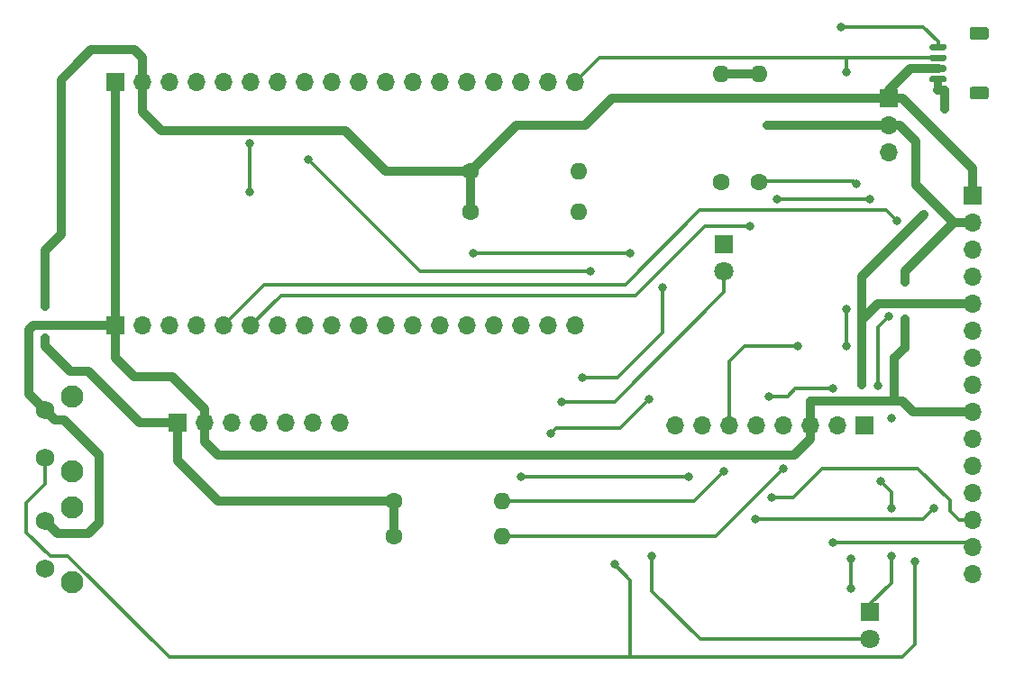
<source format=gbr>
%TF.GenerationSoftware,KiCad,Pcbnew,5.1.6-c6e7f7d~87~ubuntu18.04.1*%
%TF.CreationDate,2020-12-14T21:37:13-05:00*%
%TF.ProjectId,remote,72656d6f-7465-42e6-9b69-6361645f7063,rev?*%
%TF.SameCoordinates,Original*%
%TF.FileFunction,Copper,L1,Top*%
%TF.FilePolarity,Positive*%
%FSLAX46Y46*%
G04 Gerber Fmt 4.6, Leading zero omitted, Abs format (unit mm)*
G04 Created by KiCad (PCBNEW 5.1.6-c6e7f7d~87~ubuntu18.04.1) date 2020-12-14 21:37:13*
%MOMM*%
%LPD*%
G01*
G04 APERTURE LIST*
%TA.AperFunction,ComponentPad*%
%ADD10O,1.700000X1.700000*%
%TD*%
%TA.AperFunction,ComponentPad*%
%ADD11R,1.700000X1.700000*%
%TD*%
%TA.AperFunction,ComponentPad*%
%ADD12C,2.100000*%
%TD*%
%TA.AperFunction,ComponentPad*%
%ADD13C,1.750000*%
%TD*%
%TA.AperFunction,ComponentPad*%
%ADD14O,1.600000X1.600000*%
%TD*%
%TA.AperFunction,ComponentPad*%
%ADD15C,1.600000*%
%TD*%
%TA.AperFunction,ComponentPad*%
%ADD16C,1.800000*%
%TD*%
%TA.AperFunction,ComponentPad*%
%ADD17R,1.800000X1.800000*%
%TD*%
%TA.AperFunction,ViaPad*%
%ADD18C,0.800000*%
%TD*%
%TA.AperFunction,Conductor*%
%ADD19C,0.850000*%
%TD*%
%TA.AperFunction,Conductor*%
%ADD20C,0.800000*%
%TD*%
%TA.AperFunction,Conductor*%
%ADD21C,0.304800*%
%TD*%
G04 APERTURE END LIST*
D10*
%TO.P,J2,18*%
%TO.N,SDA*%
X115570000Y-76708000D03*
%TO.P,J2,17*%
%TO.N,N/C*%
X113030000Y-76708000D03*
%TO.P,J2,16*%
X110490000Y-76708000D03*
%TO.P,J2,15*%
X107950000Y-76708000D03*
%TO.P,J2,14*%
X105410000Y-76708000D03*
%TO.P,J2,13*%
X102870000Y-76708000D03*
%TO.P,J2,12*%
%TO.N,25_LED*%
X100330000Y-76708000D03*
%TO.P,J2,11*%
%TO.N,N/C*%
X97790000Y-76708000D03*
%TO.P,J2,10*%
X95250000Y-76708000D03*
%TO.P,J2,9*%
%TO.N,35_A7*%
X92710000Y-76708000D03*
%TO.P,J2,8*%
%TO.N,34_A6*%
X90170000Y-76708000D03*
%TO.P,J2,7*%
%TO.N,39_A3*%
X87630000Y-76708000D03*
%TO.P,J2,6*%
%TO.N,38_A2*%
X85090000Y-76708000D03*
%TO.P,J2,5*%
%TO.N,37_A1*%
X82550000Y-76708000D03*
%TO.P,J2,4*%
%TO.N,36_A0*%
X80010000Y-76708000D03*
%TO.P,J2,3*%
%TO.N,N/C*%
X77470000Y-76708000D03*
%TO.P,J2,2*%
%TO.N,+3V3*%
X74930000Y-76708000D03*
D11*
%TO.P,J2,1*%
%TO.N,GND*%
X72390000Y-76708000D03*
%TD*%
D12*
%TO.P,SW2,*%
%TO.N,*%
X68276000Y-123678000D03*
D13*
%TO.P,SW2,1*%
%TO.N,36_A0*%
X65786000Y-122428000D03*
%TO.P,SW2,2*%
%TO.N,GND*%
X65786000Y-117928000D03*
D12*
%TO.P,SW2,*%
%TO.N,*%
X68276000Y-116668000D03*
%TD*%
%TO.P,SW1,*%
%TO.N,*%
X68276000Y-113264000D03*
D13*
%TO.P,SW1,1*%
%TO.N,37_A1*%
X65786000Y-112014000D03*
%TO.P,SW1,2*%
%TO.N,GND*%
X65786000Y-107514000D03*
D12*
%TO.P,SW1,*%
%TO.N,*%
X68276000Y-106254000D03*
%TD*%
%TO.P,J5,MP*%
%TO.N,N/C*%
%TA.AperFunction,SMDPad,CuDef*%
G36*
G01*
X154163001Y-72730000D02*
X152862999Y-72730000D01*
G75*
G02*
X152613000Y-72480001I0J249999D01*
G01*
X152613000Y-71779999D01*
G75*
G02*
X152862999Y-71530000I249999J0D01*
G01*
X154163001Y-71530000D01*
G75*
G02*
X154413000Y-71779999I0J-249999D01*
G01*
X154413000Y-72480001D01*
G75*
G02*
X154163001Y-72730000I-249999J0D01*
G01*
G37*
%TD.AperFunction*%
%TA.AperFunction,SMDPad,CuDef*%
G36*
G01*
X154163001Y-78330000D02*
X152862999Y-78330000D01*
G75*
G02*
X152613000Y-78080001I0J249999D01*
G01*
X152613000Y-77379999D01*
G75*
G02*
X152862999Y-77130000I249999J0D01*
G01*
X154163001Y-77130000D01*
G75*
G02*
X154413000Y-77379999I0J-249999D01*
G01*
X154413000Y-78080001D01*
G75*
G02*
X154163001Y-78330000I-249999J0D01*
G01*
G37*
%TD.AperFunction*%
%TO.P,J5,4*%
%TO.N,SCL*%
%TA.AperFunction,SMDPad,CuDef*%
G36*
G01*
X150263000Y-73730000D02*
X149013000Y-73730000D01*
G75*
G02*
X148863000Y-73580000I0J150000D01*
G01*
X148863000Y-73280000D01*
G75*
G02*
X149013000Y-73130000I150000J0D01*
G01*
X150263000Y-73130000D01*
G75*
G02*
X150413000Y-73280000I0J-150000D01*
G01*
X150413000Y-73580000D01*
G75*
G02*
X150263000Y-73730000I-150000J0D01*
G01*
G37*
%TD.AperFunction*%
%TO.P,J5,3*%
%TO.N,SDA*%
%TA.AperFunction,SMDPad,CuDef*%
G36*
G01*
X150263000Y-74730000D02*
X149013000Y-74730000D01*
G75*
G02*
X148863000Y-74580000I0J150000D01*
G01*
X148863000Y-74280000D01*
G75*
G02*
X149013000Y-74130000I150000J0D01*
G01*
X150263000Y-74130000D01*
G75*
G02*
X150413000Y-74280000I0J-150000D01*
G01*
X150413000Y-74580000D01*
G75*
G02*
X150263000Y-74730000I-150000J0D01*
G01*
G37*
%TD.AperFunction*%
%TO.P,J5,2*%
%TO.N,+3V3*%
%TA.AperFunction,SMDPad,CuDef*%
G36*
G01*
X150263000Y-75730000D02*
X149013000Y-75730000D01*
G75*
G02*
X148863000Y-75580000I0J150000D01*
G01*
X148863000Y-75280000D01*
G75*
G02*
X149013000Y-75130000I150000J0D01*
G01*
X150263000Y-75130000D01*
G75*
G02*
X150413000Y-75280000I0J-150000D01*
G01*
X150413000Y-75580000D01*
G75*
G02*
X150263000Y-75730000I-150000J0D01*
G01*
G37*
%TD.AperFunction*%
%TO.P,J5,1*%
%TO.N,GND*%
%TA.AperFunction,SMDPad,CuDef*%
G36*
G01*
X150263000Y-76730000D02*
X149013000Y-76730000D01*
G75*
G02*
X148863000Y-76580000I0J150000D01*
G01*
X148863000Y-76280000D01*
G75*
G02*
X149013000Y-76130000I150000J0D01*
G01*
X150263000Y-76130000D01*
G75*
G02*
X150413000Y-76280000I0J-150000D01*
G01*
X150413000Y-76580000D01*
G75*
G02*
X150263000Y-76730000I-150000J0D01*
G01*
G37*
%TD.AperFunction*%
%TD*%
D10*
%TO.P,J3,15*%
%TO.N,35_A7*%
X152908000Y-122936000D03*
%TO.P,J3,14*%
%TO.N,34_A6*%
X152908000Y-120396000D03*
%TO.P,J3,13*%
%TO.N,39_A3*%
X152908000Y-117856000D03*
%TO.P,J3,12*%
%TO.N,38_A2*%
X152908000Y-115316000D03*
%TO.P,J3,11*%
%TO.N,37_A1*%
X152908000Y-112776000D03*
%TO.P,J3,10*%
%TO.N,36_A0*%
X152908000Y-110236000D03*
%TO.P,J3,9*%
%TO.N,GND*%
X152908000Y-107696000D03*
%TO.P,J3,8*%
%TO.N,SDA*%
X152908000Y-105156000D03*
%TO.P,J3,7*%
%TO.N,SCL*%
X152908000Y-102616000D03*
%TO.P,J3,6*%
%TO.N,GND*%
X152908000Y-100076000D03*
%TO.P,J3,5*%
%TO.N,+3V3*%
X152908000Y-97536000D03*
%TO.P,J3,4*%
%TO.N,TX*%
X152908000Y-94996000D03*
%TO.P,J3,3*%
%TO.N,RX*%
X152908000Y-92456000D03*
%TO.P,J3,2*%
%TO.N,GND*%
X152908000Y-89916000D03*
D11*
%TO.P,J3,1*%
%TO.N,+3V3*%
X152908000Y-87376000D03*
%TD*%
D14*
%TO.P,RS3,2*%
%TO.N,GND*%
X132842000Y-75946000D03*
D15*
%TO.P,RS3,1*%
%TO.N,Net-(D2-Pad1)*%
X132842000Y-86106000D03*
%TD*%
D16*
%TO.P,D2,2*%
%TO.N,25_LED*%
X143250000Y-129040000D03*
D17*
%TO.P,D2,1*%
%TO.N,Net-(D2-Pad1)*%
X143250000Y-126500000D03*
%TD*%
D14*
%TO.P,RS2,2*%
%TO.N,GND*%
X129286000Y-75946000D03*
D15*
%TO.P,RS2,1*%
%TO.N,Net-(D1-Pad1)*%
X129286000Y-86106000D03*
%TD*%
D16*
%TO.P,D1,2*%
%TO.N,39_A3*%
X129540000Y-94488000D03*
D17*
%TO.P,D1,1*%
%TO.N,Net-(D1-Pad1)*%
X129540000Y-91948000D03*
%TD*%
D10*
%TO.P,J4,3*%
%TO.N,38_A2*%
X145034000Y-83312000D03*
%TO.P,J4,2*%
%TO.N,GND*%
X145034000Y-80772000D03*
D11*
%TO.P,J4,1*%
%TO.N,+3V3*%
X145034000Y-78232000D03*
%TD*%
D10*
%TO.P,J1,18*%
%TO.N,N/C*%
X115570000Y-99568000D03*
%TO.P,J1,17*%
X113030000Y-99568000D03*
%TO.P,J1,16*%
X110490000Y-99568000D03*
%TO.P,J1,15*%
X107950000Y-99568000D03*
%TO.P,J1,14*%
X105410000Y-99568000D03*
%TO.P,J1,13*%
X102870000Y-99568000D03*
%TO.P,J1,12*%
X100330000Y-99568000D03*
%TO.P,J1,11*%
X97790000Y-99568000D03*
%TO.P,J1,10*%
X95250000Y-99568000D03*
%TO.P,J1,9*%
%TO.N,SCL*%
X92710000Y-99568000D03*
%TO.P,J1,8*%
%TO.N,N/C*%
X90170000Y-99568000D03*
%TO.P,J1,7*%
X87630000Y-99568000D03*
%TO.P,J1,6*%
%TO.N,TX*%
X85090000Y-99568000D03*
%TO.P,J1,5*%
%TO.N,RX*%
X82550000Y-99568000D03*
%TO.P,J1,4*%
%TO.N,N/C*%
X80010000Y-99568000D03*
%TO.P,J1,3*%
X77470000Y-99568000D03*
%TO.P,J1,2*%
X74930000Y-99568000D03*
D11*
%TO.P,J1,1*%
%TO.N,GND*%
X72390000Y-99568000D03*
%TD*%
D15*
%TO.P,RS1,1*%
%TO.N,+3V3*%
X105732000Y-88912000D03*
D14*
%TO.P,RS1,2*%
%TO.N,37_A1*%
X115892000Y-88912000D03*
%TD*%
D15*
%TO.P,RS0,1*%
%TO.N,+3V3*%
X105732000Y-85102000D03*
D14*
%TO.P,RS0,2*%
%TO.N,36_A0*%
X115892000Y-85102000D03*
%TD*%
D10*
%TO.P,J11,8*%
%TO.N,N/C*%
X124968000Y-108966000D03*
%TO.P,J11,7*%
X127508000Y-108966000D03*
%TO.P,J11,6*%
%TO.N,SDA*%
X130048000Y-108966000D03*
%TO.P,J11,5*%
%TO.N,N/C*%
X132588000Y-108966000D03*
%TO.P,J11,4*%
%TO.N,SCL*%
X135128000Y-108966000D03*
%TO.P,J11,3*%
%TO.N,GND*%
X137668000Y-108966000D03*
%TO.P,J11,2*%
%TO.N,N/C*%
X140208000Y-108966000D03*
D11*
%TO.P,J11,1*%
%TO.N,+3V3*%
X142748000Y-108966000D03*
%TD*%
%TO.P,J9,1*%
%TO.N,+3V3*%
X78232000Y-108712000D03*
D10*
%TO.P,J9,2*%
%TO.N,GND*%
X80772000Y-108712000D03*
%TO.P,J9,3*%
%TO.N,SCL*%
X83312000Y-108712000D03*
%TO.P,J9,4*%
%TO.N,SDA*%
X85852000Y-108712000D03*
%TO.P,J9,5*%
%TO.N,N/C*%
X88392000Y-108712000D03*
%TO.P,J9,6*%
X90932000Y-108712000D03*
%TO.P,J9,7*%
X93472000Y-108712000D03*
%TD*%
D14*
%TO.P,R3,2*%
%TO.N,SDA*%
X108712000Y-116078000D03*
D15*
%TO.P,R3,1*%
%TO.N,+3V3*%
X98552000Y-116078000D03*
%TD*%
D14*
%TO.P,R2,2*%
%TO.N,SCL*%
X108712000Y-119380000D03*
D15*
%TO.P,R2,1*%
%TO.N,+3V3*%
X98552000Y-119380000D03*
%TD*%
D18*
%TO.N,+3V3*%
X142494000Y-105156000D03*
X148336000Y-89154000D03*
X65750000Y-100750000D03*
X65750000Y-97750000D03*
%TO.N,GND*%
X133604000Y-80772000D03*
X146500000Y-95500000D03*
X146500000Y-99000000D03*
X150250000Y-79250000D03*
%TO.N,SDA*%
X129540000Y-113284000D03*
X136500000Y-101500000D03*
X141000000Y-75750000D03*
X141000000Y-98000000D03*
X141000000Y-101500000D03*
%TO.N,SCL*%
X135128000Y-113030000D03*
X140500000Y-71500000D03*
%TO.N,TX*%
X143250000Y-87750000D03*
X134500000Y-87750000D03*
X132000000Y-90250000D03*
%TO.N,RX*%
X145750000Y-89750000D03*
%TO.N,38_A2*%
X132500000Y-117750000D03*
X85000000Y-87000000D03*
X85000000Y-82500000D03*
X149250000Y-116750000D03*
%TO.N,37_A1*%
X147500000Y-121750000D03*
X122500000Y-106500000D03*
X113250000Y-109750000D03*
X119250000Y-122000000D03*
%TO.N,36_A0*%
X141500000Y-124250000D03*
X141500000Y-121500000D03*
X133750000Y-106250000D03*
X139750000Y-105500000D03*
%TO.N,34_A6*%
X90500000Y-84000000D03*
X117000000Y-94500000D03*
X139750000Y-120000000D03*
%TO.N,Net-(D2-Pad1)*%
X145250000Y-121250000D03*
X145250000Y-108250000D03*
X144000000Y-105250000D03*
X145000000Y-98750000D03*
X145250000Y-116750000D03*
X144250000Y-114250000D03*
X142000000Y-86250000D03*
%TO.N,25_LED*%
X122750000Y-121250000D03*
X116250000Y-104500000D03*
X123750000Y-96000000D03*
X120750000Y-92750000D03*
X106000000Y-92750000D03*
%TO.N,39_A3*%
X134000000Y-115750000D03*
X126250000Y-113750000D03*
X110500000Y-113750000D03*
X114250000Y-106750000D03*
%TD*%
D19*
%TO.N,+3V3*%
X98552000Y-116078000D02*
X98552000Y-119380000D01*
X98552000Y-116078000D02*
X82042000Y-116078000D01*
X78232000Y-112268000D02*
X78232000Y-108712000D01*
X82042000Y-116078000D02*
X78232000Y-112268000D01*
X145034000Y-78232000D02*
X146304000Y-78232000D01*
X152908000Y-84836000D02*
X152908000Y-87376000D01*
X146304000Y-78232000D02*
X152908000Y-84836000D01*
X74930000Y-79502000D02*
X74930000Y-76708000D01*
X76708000Y-81280000D02*
X74930000Y-79502000D01*
X152908000Y-97536000D02*
X146558000Y-97536000D01*
X149638000Y-75430000D02*
X147074000Y-75430000D01*
X145034000Y-77470000D02*
X145034000Y-78232000D01*
X147074000Y-75430000D02*
X145034000Y-77470000D01*
X146558000Y-97536000D02*
X144018000Y-97536000D01*
X144018000Y-97536000D02*
X142494000Y-99060000D01*
X142494000Y-99060000D02*
X142494000Y-105156000D01*
X142494000Y-94996000D02*
X142494000Y-99060000D01*
X148336000Y-89154000D02*
X142494000Y-94996000D01*
X78232000Y-108712000D02*
X74676000Y-108712000D01*
X74676000Y-108712000D02*
X69850000Y-103886000D01*
X68834000Y-74930000D02*
X70104000Y-73660000D01*
X70104000Y-73660000D02*
X74168000Y-73660000D01*
X74930000Y-74422000D02*
X74930000Y-76708000D01*
X74168000Y-73660000D02*
X74930000Y-74422000D01*
X69850000Y-103886000D02*
X68136000Y-103886000D01*
X68136000Y-103886000D02*
X65750000Y-101500000D01*
X65750000Y-101500000D02*
X65750000Y-100750000D01*
X68834000Y-74930000D02*
X68820000Y-74930000D01*
X68820000Y-74930000D02*
X67250000Y-76500000D01*
X67250000Y-76500000D02*
X67250000Y-91000000D01*
X65750000Y-92500000D02*
X65750000Y-97750000D01*
X67250000Y-91000000D02*
X65750000Y-92500000D01*
X110084000Y-80750000D02*
X105732000Y-85102000D01*
X116500000Y-80750000D02*
X110084000Y-80750000D01*
X145034000Y-78232000D02*
X119018000Y-78232000D01*
X119018000Y-78232000D02*
X116500000Y-80750000D01*
X97792000Y-85102000D02*
X93970000Y-81280000D01*
X105732000Y-85102000D02*
X97792000Y-85102000D01*
X93970000Y-81280000D02*
X76708000Y-81280000D01*
X105732000Y-85102000D02*
X105732000Y-88912000D01*
%TO.N,GND*%
X152908000Y-89916000D02*
X151130000Y-89916000D01*
X151130000Y-89916000D02*
X147574000Y-86360000D01*
X147574000Y-86360000D02*
X147574000Y-82296000D01*
X146050000Y-80772000D02*
X145034000Y-80772000D01*
X147574000Y-82296000D02*
X146050000Y-80772000D01*
X132842000Y-75946000D02*
X129286000Y-75946000D01*
X72390000Y-99211002D02*
X72390000Y-99568000D01*
X72390000Y-76708000D02*
X72390000Y-99211002D01*
X137668000Y-108966000D02*
X137668000Y-106680000D01*
D20*
X149612990Y-76455010D02*
X149638000Y-76455010D01*
X149606000Y-77470000D02*
X149606000Y-76462000D01*
X149606000Y-76462000D02*
X149612990Y-76455010D01*
D19*
X152908000Y-107696000D02*
X147320000Y-107696000D01*
X147320000Y-107696000D02*
X146304000Y-106680000D01*
X137668000Y-108966000D02*
X137668000Y-110236000D01*
X137668000Y-110236000D02*
X136144000Y-111760000D01*
X136144000Y-111760000D02*
X82042000Y-111760000D01*
X80772000Y-110490000D02*
X80772000Y-108712000D01*
X82042000Y-111760000D02*
X80772000Y-110490000D01*
X145542000Y-102616000D02*
X145542000Y-106680000D01*
X146304000Y-106680000D02*
X145542000Y-106680000D01*
X145542000Y-106680000D02*
X137668000Y-106680000D01*
X65786000Y-117928000D02*
X66984000Y-119126000D01*
X66984000Y-119126000D02*
X69850000Y-119126000D01*
X69850000Y-119126000D02*
X70866000Y-118110000D01*
X70866000Y-118110000D02*
X70866000Y-111760000D01*
X70866000Y-111760000D02*
X67564000Y-108458000D01*
X66730000Y-108458000D02*
X65786000Y-107514000D01*
X67564000Y-108458000D02*
X66730000Y-108458000D01*
X80772000Y-108712000D02*
X80772000Y-107442000D01*
X80772000Y-107442000D02*
X77724000Y-104394000D01*
X77724000Y-104394000D02*
X74168000Y-104394000D01*
X72390000Y-102616000D02*
X72390000Y-99568000D01*
X74168000Y-104394000D02*
X72390000Y-102616000D01*
X64500000Y-106228000D02*
X65786000Y-107514000D01*
X64250000Y-105978000D02*
X64500000Y-106228000D01*
X64250000Y-100000000D02*
X64250000Y-105978000D01*
X72390000Y-99568000D02*
X64682000Y-99568000D01*
X64682000Y-99568000D02*
X64250000Y-100000000D01*
X145034000Y-80772000D02*
X133604000Y-80772000D01*
X152908000Y-89916000D02*
X151084000Y-89916000D01*
X151084000Y-89916000D02*
X146500000Y-94500000D01*
X146500000Y-94500000D02*
X146500000Y-95500000D01*
X146500000Y-101658000D02*
X145542000Y-102616000D01*
X146500000Y-99000000D02*
X146500000Y-101658000D01*
X150250000Y-79250000D02*
X150250000Y-77500000D01*
X149636000Y-77500000D02*
X149606000Y-77470000D01*
X150250000Y-77500000D02*
X149636000Y-77500000D01*
D21*
%TO.N,SDA*%
X117848000Y-74430000D02*
X115570000Y-76708000D01*
X108712000Y-116078000D02*
X126746000Y-116078000D01*
X126746000Y-116078000D02*
X129540000Y-113284000D01*
X136500000Y-101500000D02*
X131500000Y-101500000D01*
X130048000Y-102952000D02*
X130048000Y-108966000D01*
X131500000Y-101500000D02*
X130048000Y-102952000D01*
X141070000Y-75680000D02*
X141000000Y-75750000D01*
X141070000Y-74430000D02*
X117848000Y-74430000D01*
X141070000Y-74430000D02*
X141070000Y-75680000D01*
X149638000Y-74430000D02*
X141070000Y-74430000D01*
X141000000Y-98000000D02*
X141000000Y-101500000D01*
%TO.N,SCL*%
X108712000Y-119380000D02*
X128778000Y-119380000D01*
X128778000Y-119380000D02*
X135128000Y-113030000D01*
X140500000Y-71500000D02*
X148250000Y-71500000D01*
X149638000Y-72888000D02*
X149638000Y-73430000D01*
X148250000Y-71500000D02*
X149638000Y-72888000D01*
%TO.N,TX*%
X85090000Y-99568000D02*
X87908000Y-96750000D01*
X87908000Y-96750000D02*
X121250000Y-96750000D01*
X143250000Y-87750000D02*
X134500000Y-87750000D01*
X132000000Y-90250000D02*
X127750000Y-90250000D01*
X121250000Y-96750000D02*
X127750000Y-90250000D01*
%TO.N,RX*%
X82550000Y-99568000D02*
X86368000Y-95750000D01*
X86368000Y-95750000D02*
X116250000Y-95750000D01*
X116250000Y-95750000D02*
X117500000Y-95750000D01*
X117500000Y-95750000D02*
X120250000Y-95750000D01*
X120250000Y-95750000D02*
X127250000Y-88750000D01*
X143750000Y-88750000D02*
X144750000Y-88750000D01*
X144750000Y-88750000D02*
X145750000Y-89750000D01*
X127250000Y-88750000D02*
X143750000Y-88750000D01*
%TO.N,38_A2*%
X85000000Y-87000000D02*
X85000000Y-82500000D01*
X149250000Y-116750000D02*
X148250000Y-117750000D01*
X148250000Y-117750000D02*
X132500000Y-117750000D01*
%TO.N,37_A1*%
X65786000Y-112014000D02*
X65786000Y-114464000D01*
X65786000Y-114464000D02*
X64000000Y-116250000D01*
X64000000Y-116250000D02*
X64000000Y-119000000D01*
X64000000Y-119000000D02*
X66250000Y-121250000D01*
X67923554Y-121250000D02*
X77423554Y-130750000D01*
X66250000Y-121250000D02*
X67923554Y-121250000D01*
X146250000Y-130750000D02*
X147500000Y-129500000D01*
X147500000Y-129500000D02*
X147500000Y-121750000D01*
X122500000Y-106500000D02*
X119750000Y-109250000D01*
X119750000Y-109250000D02*
X113750000Y-109250000D01*
X113750000Y-109250000D02*
X113250000Y-109750000D01*
X120750000Y-123500000D02*
X120750000Y-130750000D01*
X77423554Y-130750000D02*
X120750000Y-130750000D01*
X119250000Y-122000000D02*
X120750000Y-123500000D01*
X120750000Y-130750000D02*
X146250000Y-130750000D01*
%TO.N,36_A0*%
X141500000Y-124250000D02*
X141500000Y-121500000D01*
X133750000Y-106250000D02*
X135500000Y-106250000D01*
X135500000Y-106250000D02*
X136250000Y-105500000D01*
X136250000Y-105500000D02*
X139750000Y-105500000D01*
%TO.N,34_A6*%
X90500000Y-84000000D02*
X101000000Y-94500000D01*
X101000000Y-94500000D02*
X117000000Y-94500000D01*
X152512000Y-120000000D02*
X152908000Y-120396000D01*
X139750000Y-120000000D02*
X152512000Y-120000000D01*
%TO.N,Net-(D2-Pad1)*%
X143250000Y-126500000D02*
X143250000Y-125750000D01*
X143250000Y-125750000D02*
X145250000Y-123750000D01*
X145250000Y-123750000D02*
X145250000Y-121250000D01*
X144000000Y-105250000D02*
X144000000Y-99750000D01*
X144000000Y-99750000D02*
X145000000Y-98750000D01*
X132948000Y-86000000D02*
X132842000Y-86106000D01*
X140750000Y-86000000D02*
X132948000Y-86000000D01*
X145250000Y-116750000D02*
X145250000Y-115250000D01*
X145250000Y-115250000D02*
X144250000Y-114250000D01*
X140750000Y-86000000D02*
X141750000Y-86000000D01*
X141750000Y-86000000D02*
X142000000Y-86250000D01*
%TO.N,25_LED*%
X143250000Y-129040000D02*
X127290000Y-129040000D01*
X127290000Y-129040000D02*
X122750000Y-124500000D01*
X122750000Y-124500000D02*
X122750000Y-121250000D01*
X116250000Y-104500000D02*
X119500000Y-104500000D01*
X119500000Y-104500000D02*
X123750000Y-100250000D01*
X123750000Y-100250000D02*
X123750000Y-96000000D01*
X120750000Y-92750000D02*
X118500000Y-92750000D01*
X118500000Y-92750000D02*
X106000000Y-92750000D01*
%TO.N,39_A3*%
X152764000Y-118000000D02*
X152908000Y-117856000D01*
X138750000Y-113000000D02*
X136000000Y-115750000D01*
X136000000Y-115750000D02*
X134000000Y-115750000D01*
X126250000Y-113750000D02*
X110500000Y-113750000D01*
X114250000Y-106750000D02*
X119250000Y-106750000D01*
X119250000Y-106750000D02*
X129540000Y-96460000D01*
X129540000Y-96460000D02*
X129540000Y-94488000D01*
X152908000Y-117856000D02*
X151606000Y-117856000D01*
X151606000Y-117856000D02*
X150750000Y-117000000D01*
X150750000Y-117000000D02*
X150750000Y-116000000D01*
X147750000Y-113000000D02*
X145250000Y-113000000D01*
X145500000Y-113000000D02*
X145250000Y-113000000D01*
X150750000Y-116000000D02*
X147750000Y-113000000D01*
X145250000Y-113000000D02*
X138750000Y-113000000D01*
%TD*%
M02*

</source>
